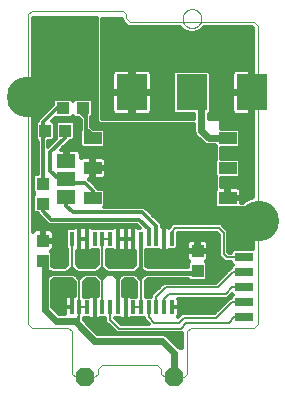
<source format=gtl>
G75*
%MOIN*%
%OFA0B0*%
%FSLAX25Y25*%
%IPPOS*%
%LPD*%
%AMOC8*
5,1,8,0,0,1.08239X$1,22.5*
%
%ADD10C,0.00000*%
%ADD11R,0.01575X0.04724*%
%ADD12R,0.03937X0.04331*%
%ADD13R,0.04331X0.03937*%
%ADD14R,0.06299X0.03150*%
%ADD15R,0.10000X0.12000*%
%ADD16R,0.06000X0.04000*%
%ADD17OC8,0.06300*%
%ADD18R,0.06300X0.04600*%
%ADD19C,0.01200*%
%ADD20C,0.13449*%
%ADD21C,0.02775*%
%ADD22C,0.02400*%
%ADD23C,0.01600*%
%ADD24C,0.00800*%
%ADD25C,0.00600*%
D10*
X0009487Y0021562D02*
X0021674Y0021562D01*
X0022924Y0020313D01*
X0022924Y0006250D01*
X0024174Y0005000D01*
X0030424Y0005000D01*
X0031674Y0006250D01*
X0031674Y0007812D01*
X0032924Y0009063D01*
X0051362Y0009063D01*
X0052612Y0007812D01*
X0052612Y0006250D01*
X0053862Y0005000D01*
X0060112Y0005000D01*
X0061362Y0006250D01*
X0061362Y0020313D01*
X0062612Y0021562D01*
X0083549Y0021562D01*
X0084799Y0022812D01*
X0084799Y0122187D01*
X0083549Y0123437D01*
X0042299Y0123437D01*
X0041049Y0124687D01*
X0041049Y0125937D01*
X0039799Y0127187D01*
X0009487Y0127187D01*
X0008237Y0125937D01*
X0008237Y0022812D01*
X0009487Y0021562D01*
X0059774Y0124560D02*
X0059776Y0124672D01*
X0059782Y0124783D01*
X0059792Y0124895D01*
X0059806Y0125006D01*
X0059823Y0125116D01*
X0059845Y0125226D01*
X0059871Y0125335D01*
X0059900Y0125443D01*
X0059933Y0125549D01*
X0059970Y0125655D01*
X0060011Y0125759D01*
X0060056Y0125862D01*
X0060104Y0125963D01*
X0060155Y0126062D01*
X0060210Y0126159D01*
X0060269Y0126254D01*
X0060330Y0126348D01*
X0060395Y0126439D01*
X0060464Y0126527D01*
X0060535Y0126613D01*
X0060609Y0126697D01*
X0060687Y0126777D01*
X0060767Y0126855D01*
X0060850Y0126931D01*
X0060935Y0127003D01*
X0061023Y0127072D01*
X0061113Y0127138D01*
X0061206Y0127200D01*
X0061301Y0127260D01*
X0061398Y0127316D01*
X0061496Y0127368D01*
X0061597Y0127417D01*
X0061699Y0127462D01*
X0061803Y0127504D01*
X0061908Y0127542D01*
X0062015Y0127576D01*
X0062122Y0127606D01*
X0062231Y0127633D01*
X0062340Y0127655D01*
X0062451Y0127674D01*
X0062561Y0127689D01*
X0062673Y0127700D01*
X0062784Y0127707D01*
X0062896Y0127710D01*
X0063008Y0127709D01*
X0063120Y0127704D01*
X0063231Y0127695D01*
X0063342Y0127682D01*
X0063453Y0127665D01*
X0063563Y0127645D01*
X0063672Y0127620D01*
X0063780Y0127592D01*
X0063887Y0127559D01*
X0063993Y0127523D01*
X0064097Y0127483D01*
X0064200Y0127440D01*
X0064302Y0127393D01*
X0064401Y0127342D01*
X0064499Y0127288D01*
X0064595Y0127230D01*
X0064689Y0127169D01*
X0064780Y0127105D01*
X0064869Y0127038D01*
X0064956Y0126967D01*
X0065040Y0126893D01*
X0065122Y0126817D01*
X0065200Y0126737D01*
X0065276Y0126655D01*
X0065349Y0126570D01*
X0065419Y0126483D01*
X0065485Y0126393D01*
X0065549Y0126301D01*
X0065609Y0126207D01*
X0065666Y0126111D01*
X0065719Y0126012D01*
X0065769Y0125912D01*
X0065815Y0125811D01*
X0065858Y0125707D01*
X0065897Y0125602D01*
X0065932Y0125496D01*
X0065963Y0125389D01*
X0065991Y0125280D01*
X0066014Y0125171D01*
X0066034Y0125061D01*
X0066050Y0124950D01*
X0066062Y0124839D01*
X0066070Y0124728D01*
X0066074Y0124616D01*
X0066074Y0124504D01*
X0066070Y0124392D01*
X0066062Y0124281D01*
X0066050Y0124170D01*
X0066034Y0124059D01*
X0066014Y0123949D01*
X0065991Y0123840D01*
X0065963Y0123731D01*
X0065932Y0123624D01*
X0065897Y0123518D01*
X0065858Y0123413D01*
X0065815Y0123309D01*
X0065769Y0123208D01*
X0065719Y0123108D01*
X0065666Y0123009D01*
X0065609Y0122913D01*
X0065549Y0122819D01*
X0065485Y0122727D01*
X0065419Y0122637D01*
X0065349Y0122550D01*
X0065276Y0122465D01*
X0065200Y0122383D01*
X0065122Y0122303D01*
X0065040Y0122227D01*
X0064956Y0122153D01*
X0064869Y0122082D01*
X0064780Y0122015D01*
X0064689Y0121951D01*
X0064595Y0121890D01*
X0064499Y0121832D01*
X0064401Y0121778D01*
X0064302Y0121727D01*
X0064200Y0121680D01*
X0064097Y0121637D01*
X0063993Y0121597D01*
X0063887Y0121561D01*
X0063780Y0121528D01*
X0063672Y0121500D01*
X0063563Y0121475D01*
X0063453Y0121455D01*
X0063342Y0121438D01*
X0063231Y0121425D01*
X0063120Y0121416D01*
X0063008Y0121411D01*
X0062896Y0121410D01*
X0062784Y0121413D01*
X0062673Y0121420D01*
X0062561Y0121431D01*
X0062451Y0121446D01*
X0062340Y0121465D01*
X0062231Y0121487D01*
X0062122Y0121514D01*
X0062015Y0121544D01*
X0061908Y0121578D01*
X0061803Y0121616D01*
X0061699Y0121658D01*
X0061597Y0121703D01*
X0061496Y0121752D01*
X0061398Y0121804D01*
X0061301Y0121860D01*
X0061206Y0121920D01*
X0061113Y0121982D01*
X0061023Y0122048D01*
X0060935Y0122117D01*
X0060850Y0122189D01*
X0060767Y0122265D01*
X0060687Y0122343D01*
X0060609Y0122423D01*
X0060535Y0122507D01*
X0060464Y0122593D01*
X0060395Y0122681D01*
X0060330Y0122772D01*
X0060269Y0122866D01*
X0060210Y0122961D01*
X0060155Y0123058D01*
X0060104Y0123157D01*
X0060056Y0123258D01*
X0060011Y0123361D01*
X0059970Y0123465D01*
X0059933Y0123571D01*
X0059900Y0123677D01*
X0059871Y0123785D01*
X0059845Y0123894D01*
X0059823Y0124004D01*
X0059806Y0124114D01*
X0059792Y0124225D01*
X0059782Y0124337D01*
X0059776Y0124448D01*
X0059774Y0124560D01*
D11*
X0056121Y0051105D03*
X0053562Y0051105D03*
X0051003Y0051105D03*
X0048444Y0051105D03*
X0045885Y0051105D03*
X0043325Y0051105D03*
X0040766Y0051105D03*
X0038207Y0051105D03*
X0035648Y0051105D03*
X0033089Y0051105D03*
X0030530Y0051105D03*
X0027971Y0051105D03*
X0025412Y0051105D03*
X0022853Y0051105D03*
X0022853Y0028270D03*
X0025412Y0028270D03*
X0027971Y0028270D03*
X0030530Y0028270D03*
X0033089Y0028270D03*
X0035648Y0028270D03*
X0038207Y0028270D03*
X0040766Y0028270D03*
X0043325Y0028270D03*
X0045885Y0028270D03*
X0048444Y0028270D03*
X0051003Y0028270D03*
X0053562Y0028270D03*
X0056121Y0028270D03*
D12*
X0064799Y0040404D03*
X0064799Y0047096D03*
X0020646Y0087187D03*
X0013953Y0087187D03*
X0013237Y0050534D03*
X0013237Y0043841D03*
D13*
X0013237Y0062904D03*
X0013237Y0069596D03*
X0019890Y0094687D03*
X0026583Y0094687D03*
D14*
X0080424Y0045000D03*
X0080424Y0040000D03*
X0080424Y0035000D03*
X0080424Y0030000D03*
X0080424Y0025000D03*
D15*
X0082924Y0099937D03*
X0062924Y0099937D03*
X0042924Y0099937D03*
D16*
X0029799Y0084688D03*
X0029799Y0074688D03*
X0029799Y0064687D03*
X0074799Y0064687D03*
X0074799Y0074688D03*
X0074799Y0084688D03*
D17*
X0056987Y0005000D03*
X0027299Y0005000D03*
D18*
X0021049Y0064937D03*
X0021049Y0070938D03*
X0021049Y0076938D03*
D19*
X0020499Y0077488D02*
X0020499Y0080837D01*
X0019120Y0080837D01*
X0022105Y0083822D01*
X0023111Y0083822D01*
X0023814Y0084525D01*
X0023814Y0089850D01*
X0023111Y0090553D01*
X0018180Y0090553D01*
X0017477Y0089850D01*
X0017477Y0084525D01*
X0017597Y0084406D01*
X0015037Y0081846D01*
X0015037Y0083773D01*
X0015048Y0083822D01*
X0016419Y0083822D01*
X0017121Y0084525D01*
X0017121Y0089850D01*
X0016419Y0090553D01*
X0016335Y0090553D01*
X0017301Y0091519D01*
X0022553Y0091519D01*
X0023237Y0092203D01*
X0023921Y0091519D01*
X0025110Y0091519D01*
X0025812Y0090817D01*
X0025812Y0087397D01*
X0025599Y0087185D01*
X0025599Y0082190D01*
X0026302Y0081488D01*
X0033296Y0081488D01*
X0033999Y0082190D01*
X0033999Y0087185D01*
X0033296Y0087887D01*
X0030082Y0087887D01*
X0029412Y0088558D01*
X0029412Y0091685D01*
X0029949Y0092222D01*
X0029949Y0097153D01*
X0029246Y0097856D01*
X0023921Y0097856D01*
X0023237Y0097172D01*
X0022553Y0097856D01*
X0017228Y0097856D01*
X0016525Y0097153D01*
X0016525Y0095834D01*
X0012491Y0091800D01*
X0011437Y0090746D01*
X0011437Y0090502D01*
X0010784Y0089850D01*
X0010784Y0084525D01*
X0011383Y0083927D01*
X0011318Y0083635D01*
X0011437Y0083448D01*
X0011437Y0072765D01*
X0010574Y0072765D01*
X0009872Y0072062D01*
X0009872Y0067131D01*
X0010149Y0066853D01*
X0010149Y0065647D01*
X0009872Y0065369D01*
X0009872Y0060438D01*
X0010574Y0059735D01*
X0011437Y0059735D01*
X0011437Y0059567D01*
X0012491Y0058512D01*
X0015304Y0055700D01*
X0044679Y0055700D01*
X0045712Y0054667D01*
X0045176Y0054667D01*
X0045095Y0054747D01*
X0044730Y0054958D01*
X0044324Y0055067D01*
X0043326Y0055067D01*
X0043326Y0051105D01*
X0043325Y0051105D01*
X0043325Y0051105D01*
X0040938Y0051105D01*
X0040767Y0051105D01*
X0040767Y0051105D01*
X0043325Y0051105D01*
X0043325Y0055067D01*
X0042327Y0055067D01*
X0042046Y0054992D01*
X0041764Y0055067D01*
X0040766Y0055067D01*
X0039768Y0055067D01*
X0039487Y0054992D01*
X0039205Y0055067D01*
X0038207Y0055067D01*
X0037209Y0055067D01*
X0036802Y0054958D01*
X0036438Y0054747D01*
X0036357Y0054667D01*
X0029821Y0054667D01*
X0029741Y0054747D01*
X0029376Y0054958D01*
X0028969Y0055067D01*
X0027971Y0055067D01*
X0026973Y0055067D01*
X0026692Y0054992D01*
X0026410Y0055067D01*
X0025412Y0055067D01*
X0024414Y0055067D01*
X0024007Y0054958D01*
X0023642Y0054747D01*
X0023562Y0054667D01*
X0021569Y0054667D01*
X0020866Y0053964D01*
X0020866Y0048246D01*
X0021253Y0047858D01*
X0021253Y0042466D01*
X0020474Y0041687D01*
X0016937Y0041687D01*
X0016405Y0042219D01*
X0016405Y0046503D01*
X0015955Y0046954D01*
X0016188Y0047088D01*
X0016486Y0047386D01*
X0016696Y0047751D01*
X0016805Y0048158D01*
X0016805Y0050150D01*
X0013621Y0050150D01*
X0013621Y0050918D01*
X0016805Y0050918D01*
X0016805Y0052910D01*
X0016696Y0053317D01*
X0016486Y0053682D01*
X0016188Y0053980D01*
X0015823Y0054190D01*
X0015416Y0054299D01*
X0013621Y0054299D01*
X0013621Y0050918D01*
X0012853Y0050918D01*
X0012853Y0054299D01*
X0011058Y0054299D01*
X0010651Y0054190D01*
X0010286Y0053980D01*
X0009988Y0053682D01*
X0009837Y0053420D01*
X0009837Y0124687D01*
X0031123Y0124687D01*
X0031124Y0124370D01*
X0031124Y0090504D01*
X0032179Y0089450D01*
X0063649Y0089450D01*
X0063649Y0086710D01*
X0064015Y0085828D01*
X0064690Y0085153D01*
X0067190Y0082653D01*
X0068072Y0082288D01*
X0070599Y0082288D01*
X0070599Y0082190D01*
X0070812Y0081978D01*
X0070812Y0077397D01*
X0070599Y0077185D01*
X0070599Y0072190D01*
X0070812Y0071978D01*
X0070812Y0067397D01*
X0070599Y0067185D01*
X0070599Y0062190D01*
X0071302Y0061487D01*
X0071704Y0061487D01*
X0071866Y0061325D01*
X0083199Y0061325D01*
X0083199Y0047775D01*
X0076778Y0047775D01*
X0076075Y0047072D01*
X0076075Y0046600D01*
X0075150Y0046600D01*
X0075037Y0046713D01*
X0075037Y0053900D01*
X0072650Y0056287D01*
X0056637Y0056287D01*
X0055699Y0055350D01*
X0055183Y0054833D01*
X0054967Y0054958D01*
X0054560Y0055067D01*
X0053562Y0055067D01*
X0053562Y0051105D01*
X0053562Y0051105D01*
X0053562Y0055067D01*
X0052849Y0055067D01*
X0052849Y0056058D01*
X0051795Y0057112D01*
X0047107Y0061800D01*
X0033609Y0061800D01*
X0033999Y0062190D01*
X0033999Y0067185D01*
X0033296Y0067887D01*
X0031599Y0067887D01*
X0031599Y0067933D01*
X0030545Y0068987D01*
X0028445Y0071088D01*
X0029399Y0071088D01*
X0029399Y0074287D01*
X0030199Y0074287D01*
X0030199Y0071088D01*
X0033010Y0071088D01*
X0033417Y0071197D01*
X0033782Y0071407D01*
X0034080Y0071705D01*
X0034290Y0072070D01*
X0034399Y0072477D01*
X0034399Y0074287D01*
X0030199Y0074287D01*
X0030199Y0075088D01*
X0029399Y0075088D01*
X0029399Y0078287D01*
X0026589Y0078287D01*
X0026182Y0078178D01*
X0025817Y0077968D01*
X0025799Y0077950D01*
X0025799Y0079448D01*
X0025690Y0079855D01*
X0025480Y0080220D01*
X0025182Y0080518D01*
X0024817Y0080728D01*
X0024410Y0080837D01*
X0021599Y0080837D01*
X0021599Y0077488D01*
X0020499Y0077488D01*
X0020499Y0078040D02*
X0021599Y0078040D01*
X0021599Y0079238D02*
X0020499Y0079238D01*
X0020499Y0080437D02*
X0021599Y0080437D01*
X0019918Y0081635D02*
X0026154Y0081635D01*
X0025599Y0082834D02*
X0021116Y0082834D01*
X0020646Y0084909D02*
X0015737Y0080000D01*
X0015737Y0073750D01*
X0018549Y0070938D01*
X0021049Y0070938D01*
X0022299Y0069688D01*
X0027299Y0069688D01*
X0029799Y0067188D01*
X0029799Y0064687D01*
X0031081Y0068452D02*
X0070812Y0068452D01*
X0070812Y0069650D02*
X0029882Y0069650D01*
X0028684Y0070849D02*
X0070812Y0070849D01*
X0070743Y0072047D02*
X0034277Y0072047D01*
X0034399Y0073246D02*
X0070599Y0073246D01*
X0070599Y0074444D02*
X0030199Y0074444D01*
X0030199Y0075088D02*
X0034399Y0075088D01*
X0034399Y0076898D01*
X0034290Y0077305D01*
X0034080Y0077670D01*
X0033782Y0077968D01*
X0033417Y0078178D01*
X0033010Y0078287D01*
X0030199Y0078287D01*
X0030199Y0075088D01*
X0030199Y0075643D02*
X0029399Y0075643D01*
X0029399Y0076841D02*
X0030199Y0076841D01*
X0030199Y0078040D02*
X0029399Y0078040D01*
X0029399Y0073246D02*
X0030199Y0073246D01*
X0030199Y0072047D02*
X0029399Y0072047D01*
X0025942Y0078040D02*
X0025799Y0078040D01*
X0025799Y0079238D02*
X0070812Y0079238D01*
X0070812Y0078040D02*
X0033657Y0078040D01*
X0034399Y0076841D02*
X0070599Y0076841D01*
X0070599Y0075643D02*
X0034399Y0075643D01*
X0033444Y0081635D02*
X0070812Y0081635D01*
X0070812Y0080437D02*
X0025263Y0080437D01*
X0025599Y0084032D02*
X0023322Y0084032D01*
X0023814Y0085231D02*
X0025599Y0085231D01*
X0025599Y0086429D02*
X0023814Y0086429D01*
X0023814Y0087628D02*
X0025812Y0087628D01*
X0025812Y0088826D02*
X0023814Y0088826D01*
X0023639Y0090025D02*
X0025812Y0090025D01*
X0025405Y0091223D02*
X0017006Y0091223D01*
X0016946Y0090025D02*
X0017652Y0090025D01*
X0017477Y0088826D02*
X0017121Y0088826D01*
X0017121Y0087628D02*
X0017477Y0087628D01*
X0017477Y0086429D02*
X0017121Y0086429D01*
X0017121Y0085231D02*
X0017477Y0085231D01*
X0017224Y0084032D02*
X0016629Y0084032D01*
X0016025Y0082834D02*
X0015037Y0082834D01*
X0013237Y0083971D02*
X0013237Y0090000D01*
X0017924Y0094687D01*
X0019890Y0094687D01*
X0023193Y0097216D02*
X0023281Y0097216D01*
X0025424Y0093750D02*
X0027612Y0091562D01*
X0027612Y0087812D01*
X0029799Y0085625D01*
X0029799Y0084688D01*
X0027612Y0084688D01*
X0027612Y0087812D01*
X0029412Y0088826D02*
X0063649Y0088826D01*
X0063649Y0087628D02*
X0033556Y0087628D01*
X0033999Y0086429D02*
X0063766Y0086429D01*
X0064612Y0085231D02*
X0033999Y0085231D01*
X0033999Y0084032D02*
X0065810Y0084032D01*
X0067009Y0082834D02*
X0033999Y0082834D01*
X0031604Y0090025D02*
X0029412Y0090025D01*
X0029412Y0091223D02*
X0031124Y0091223D01*
X0031124Y0092422D02*
X0029949Y0092422D01*
X0029949Y0093621D02*
X0031124Y0093621D01*
X0031124Y0094819D02*
X0029949Y0094819D01*
X0029949Y0096018D02*
X0031124Y0096018D01*
X0031124Y0097216D02*
X0029886Y0097216D01*
X0031124Y0098415D02*
X0009837Y0098415D01*
X0009837Y0099613D02*
X0031124Y0099613D01*
X0031124Y0100812D02*
X0009837Y0100812D01*
X0009837Y0102010D02*
X0031124Y0102010D01*
X0031124Y0103209D02*
X0009837Y0103209D01*
X0009837Y0104407D02*
X0031124Y0104407D01*
X0031124Y0105606D02*
X0009837Y0105606D01*
X0009837Y0106804D02*
X0031124Y0106804D01*
X0031124Y0108003D02*
X0009837Y0108003D01*
X0009837Y0109201D02*
X0031124Y0109201D01*
X0031124Y0110400D02*
X0009837Y0110400D01*
X0009837Y0111598D02*
X0031124Y0111598D01*
X0031124Y0112797D02*
X0009837Y0112797D01*
X0009837Y0113995D02*
X0031124Y0113995D01*
X0031124Y0115194D02*
X0009837Y0115194D01*
X0009837Y0116392D02*
X0031124Y0116392D01*
X0031124Y0117591D02*
X0009837Y0117591D01*
X0009837Y0118789D02*
X0031124Y0118789D01*
X0031124Y0119988D02*
X0009837Y0119988D01*
X0009837Y0121186D02*
X0031124Y0121186D01*
X0031124Y0122385D02*
X0009837Y0122385D01*
X0009837Y0123583D02*
X0031124Y0123583D01*
X0032924Y0123583D02*
X0039891Y0123583D01*
X0039449Y0124025D02*
X0040387Y0123087D01*
X0040699Y0122775D01*
X0041637Y0121837D01*
X0058930Y0121837D01*
X0060234Y0120533D01*
X0061980Y0119810D01*
X0063869Y0119810D01*
X0065615Y0120533D01*
X0066919Y0121837D01*
X0082887Y0121837D01*
X0083199Y0121525D01*
X0083199Y0100538D01*
X0082324Y0100538D01*
X0082324Y0107537D01*
X0077714Y0107537D01*
X0077307Y0107428D01*
X0076942Y0107218D01*
X0076644Y0106920D01*
X0076433Y0106555D01*
X0076324Y0106148D01*
X0076324Y0100537D01*
X0082324Y0100537D01*
X0082324Y0099338D01*
X0076324Y0099338D01*
X0076324Y0093727D01*
X0076433Y0093320D01*
X0076644Y0092955D01*
X0076942Y0092657D01*
X0077307Y0092447D01*
X0077714Y0092337D01*
X0082324Y0092337D01*
X0082324Y0099337D01*
X0083199Y0099337D01*
X0083199Y0064973D01*
X0080623Y0063905D01*
X0079843Y0063125D01*
X0079399Y0063125D01*
X0079399Y0064287D01*
X0075199Y0064287D01*
X0075199Y0065087D01*
X0079399Y0065087D01*
X0079399Y0066898D01*
X0079290Y0067305D01*
X0079080Y0067670D01*
X0078782Y0067968D01*
X0078417Y0068178D01*
X0078010Y0068287D01*
X0075199Y0068287D01*
X0075199Y0065088D01*
X0074399Y0065088D01*
X0074399Y0068287D01*
X0072612Y0068287D01*
X0072612Y0071488D01*
X0078296Y0071488D01*
X0078999Y0072190D01*
X0078999Y0077185D01*
X0078296Y0077887D01*
X0072612Y0077887D01*
X0072612Y0081488D01*
X0078296Y0081488D01*
X0078999Y0082190D01*
X0078999Y0087185D01*
X0078296Y0087887D01*
X0072612Y0087887D01*
X0072612Y0091250D01*
X0068449Y0091250D01*
X0068449Y0092765D01*
X0069124Y0093440D01*
X0069124Y0106435D01*
X0068421Y0107137D01*
X0057427Y0107137D01*
X0056724Y0106435D01*
X0056724Y0093440D01*
X0057427Y0092737D01*
X0063649Y0092737D01*
X0063649Y0091250D01*
X0032924Y0091250D01*
X0032924Y0124375D01*
X0039449Y0124414D01*
X0039449Y0124025D01*
X0040699Y0122775D02*
X0040699Y0122775D01*
X0041089Y0122385D02*
X0032924Y0122385D01*
X0032924Y0121186D02*
X0059581Y0121186D01*
X0061550Y0119988D02*
X0032924Y0119988D01*
X0032924Y0118789D02*
X0083199Y0118789D01*
X0083199Y0117591D02*
X0032924Y0117591D01*
X0032924Y0116392D02*
X0083199Y0116392D01*
X0083199Y0115194D02*
X0032924Y0115194D01*
X0032924Y0113995D02*
X0083199Y0113995D01*
X0083199Y0112797D02*
X0032924Y0112797D01*
X0032924Y0111598D02*
X0083199Y0111598D01*
X0083199Y0110400D02*
X0032924Y0110400D01*
X0032924Y0109201D02*
X0083199Y0109201D01*
X0083199Y0108003D02*
X0032924Y0108003D01*
X0032924Y0106804D02*
X0036577Y0106804D01*
X0036644Y0106920D02*
X0036433Y0106555D01*
X0036324Y0106148D01*
X0036324Y0100537D01*
X0042324Y0100537D01*
X0042324Y0099338D01*
X0036324Y0099338D01*
X0036324Y0093727D01*
X0036433Y0093320D01*
X0036644Y0092955D01*
X0036942Y0092657D01*
X0037307Y0092447D01*
X0037714Y0092337D01*
X0042324Y0092337D01*
X0042324Y0099337D01*
X0043524Y0099337D01*
X0043524Y0092337D01*
X0048135Y0092337D01*
X0048542Y0092447D01*
X0048907Y0092657D01*
X0049205Y0092955D01*
X0049415Y0093320D01*
X0049524Y0093727D01*
X0049524Y0099338D01*
X0043524Y0099338D01*
X0043524Y0100537D01*
X0049524Y0100537D01*
X0049524Y0106148D01*
X0049415Y0106555D01*
X0049205Y0106920D01*
X0048907Y0107218D01*
X0048542Y0107428D01*
X0048135Y0107537D01*
X0043524Y0107537D01*
X0043524Y0100538D01*
X0042324Y0100538D01*
X0042324Y0107537D01*
X0037714Y0107537D01*
X0037307Y0107428D01*
X0036942Y0107218D01*
X0036644Y0106920D01*
X0036324Y0105606D02*
X0032924Y0105606D01*
X0032924Y0104407D02*
X0036324Y0104407D01*
X0036324Y0103209D02*
X0032924Y0103209D01*
X0032924Y0102010D02*
X0036324Y0102010D01*
X0036324Y0100812D02*
X0032924Y0100812D01*
X0032924Y0099613D02*
X0042324Y0099613D01*
X0042324Y0098415D02*
X0043524Y0098415D01*
X0043524Y0099613D02*
X0056724Y0099613D01*
X0056724Y0098415D02*
X0049524Y0098415D01*
X0049524Y0097216D02*
X0056724Y0097216D01*
X0056724Y0096018D02*
X0049524Y0096018D01*
X0049524Y0094819D02*
X0056724Y0094819D01*
X0056724Y0093621D02*
X0049496Y0093621D01*
X0048450Y0092422D02*
X0063649Y0092422D01*
X0068449Y0092422D02*
X0077398Y0092422D01*
X0076353Y0093621D02*
X0069124Y0093621D01*
X0069124Y0094819D02*
X0076324Y0094819D01*
X0076324Y0096018D02*
X0069124Y0096018D01*
X0069124Y0097216D02*
X0076324Y0097216D01*
X0076324Y0098415D02*
X0069124Y0098415D01*
X0069124Y0099613D02*
X0082324Y0099613D01*
X0082324Y0098415D02*
X0083199Y0098415D01*
X0083199Y0097216D02*
X0082324Y0097216D01*
X0082324Y0096018D02*
X0083199Y0096018D01*
X0083199Y0094819D02*
X0082324Y0094819D01*
X0082324Y0093621D02*
X0083199Y0093621D01*
X0083199Y0092422D02*
X0082324Y0092422D01*
X0083199Y0091223D02*
X0072612Y0091223D01*
X0072612Y0090025D02*
X0083199Y0090025D01*
X0083199Y0088826D02*
X0072612Y0088826D01*
X0078556Y0087628D02*
X0083199Y0087628D01*
X0083199Y0086429D02*
X0078999Y0086429D01*
X0078999Y0085231D02*
X0083199Y0085231D01*
X0083199Y0084032D02*
X0078999Y0084032D01*
X0078999Y0082834D02*
X0083199Y0082834D01*
X0083199Y0081635D02*
X0078444Y0081635D01*
X0078999Y0076841D02*
X0083199Y0076841D01*
X0083199Y0075643D02*
X0078999Y0075643D01*
X0078999Y0074444D02*
X0083199Y0074444D01*
X0083199Y0073246D02*
X0078999Y0073246D01*
X0078856Y0072047D02*
X0083199Y0072047D01*
X0083199Y0070849D02*
X0072612Y0070849D01*
X0072612Y0069650D02*
X0083199Y0069650D01*
X0083199Y0068452D02*
X0072612Y0068452D01*
X0074399Y0067253D02*
X0075199Y0067253D01*
X0075199Y0066055D02*
X0074399Y0066055D01*
X0075199Y0064856D02*
X0082918Y0064856D01*
X0083199Y0066055D02*
X0079399Y0066055D01*
X0079304Y0067253D02*
X0083199Y0067253D01*
X0080375Y0063658D02*
X0079399Y0063658D01*
X0083199Y0061261D02*
X0047647Y0061261D01*
X0048845Y0060062D02*
X0083199Y0060062D01*
X0083199Y0058864D02*
X0050044Y0058864D01*
X0051242Y0057665D02*
X0083199Y0057665D01*
X0083199Y0056467D02*
X0052441Y0056467D01*
X0052849Y0055268D02*
X0055617Y0055268D01*
X0055699Y0055350D02*
X0055699Y0055350D01*
X0053562Y0054070D02*
X0053562Y0054070D01*
X0053562Y0052871D02*
X0053562Y0052871D01*
X0053562Y0051673D02*
X0053562Y0051673D01*
X0053562Y0051105D02*
X0053562Y0047143D01*
X0054560Y0047143D01*
X0054967Y0047252D01*
X0055332Y0047462D01*
X0055412Y0047543D01*
X0057405Y0047543D01*
X0058108Y0048246D01*
X0058108Y0053087D01*
X0071324Y0053087D01*
X0071837Y0052575D01*
X0071837Y0045387D01*
X0072774Y0044450D01*
X0072887Y0044337D01*
X0073824Y0043400D01*
X0076075Y0043400D01*
X0076075Y0042928D01*
X0076503Y0042500D01*
X0076075Y0042072D01*
X0076075Y0041600D01*
X0076012Y0041600D01*
X0075074Y0040663D01*
X0071012Y0036600D01*
X0053512Y0036600D01*
X0052574Y0035663D01*
X0049403Y0032491D01*
X0049403Y0031832D01*
X0047485Y0031832D01*
X0047485Y0036985D01*
X0048187Y0037688D01*
X0061685Y0037688D01*
X0062334Y0037038D01*
X0067265Y0037038D01*
X0067968Y0037741D01*
X0067968Y0043066D01*
X0067517Y0043516D01*
X0067750Y0043651D01*
X0068048Y0043949D01*
X0068259Y0044314D01*
X0068368Y0044720D01*
X0068368Y0046712D01*
X0065184Y0046712D01*
X0065184Y0047481D01*
X0068368Y0047481D01*
X0068368Y0049472D01*
X0068259Y0049879D01*
X0068048Y0050244D01*
X0067750Y0050542D01*
X0067385Y0050753D01*
X0066979Y0050862D01*
X0065184Y0050862D01*
X0065184Y0047481D01*
X0064415Y0047481D01*
X0064415Y0050862D01*
X0062620Y0050862D01*
X0062213Y0050753D01*
X0061848Y0050542D01*
X0061551Y0050244D01*
X0061340Y0049879D01*
X0061231Y0049472D01*
X0061231Y0047481D01*
X0064415Y0047481D01*
X0064415Y0046712D01*
X0061231Y0046712D01*
X0061231Y0044720D01*
X0061340Y0044314D01*
X0061551Y0043949D01*
X0061848Y0043651D01*
X0062081Y0043516D01*
X0061631Y0043066D01*
X0061631Y0041687D01*
X0048187Y0041687D01*
X0047685Y0042190D01*
X0047685Y0047543D01*
X0051712Y0047543D01*
X0051792Y0047462D01*
X0052157Y0047252D01*
X0052564Y0047143D01*
X0053562Y0047143D01*
X0053562Y0051105D01*
X0053562Y0051105D01*
X0053562Y0050474D02*
X0053562Y0050474D01*
X0053562Y0049276D02*
X0053562Y0049276D01*
X0053562Y0048077D02*
X0053562Y0048077D01*
X0051003Y0051105D02*
X0051003Y0055266D01*
X0051049Y0055312D01*
X0046362Y0060000D01*
X0023237Y0060000D01*
X0021049Y0062187D01*
X0021049Y0064937D01*
X0016049Y0057500D02*
X0013237Y0060312D01*
X0013237Y0062904D01*
X0010247Y0060062D02*
X0009837Y0060062D01*
X0009837Y0058864D02*
X0012140Y0058864D01*
X0013339Y0057665D02*
X0009837Y0057665D01*
X0009837Y0056467D02*
X0014537Y0056467D01*
X0016049Y0057500D02*
X0045424Y0057500D01*
X0048444Y0054481D01*
X0048444Y0051105D01*
X0045885Y0051105D02*
X0045885Y0039835D01*
X0045737Y0039688D01*
X0047790Y0042085D02*
X0061631Y0042085D01*
X0061848Y0043283D02*
X0047685Y0043283D01*
X0047685Y0044482D02*
X0061295Y0044482D01*
X0061231Y0045680D02*
X0047685Y0045680D01*
X0047685Y0046879D02*
X0064415Y0046879D01*
X0065184Y0046879D02*
X0071837Y0046879D01*
X0071837Y0048077D02*
X0068368Y0048077D01*
X0068368Y0049276D02*
X0071837Y0049276D01*
X0071837Y0050474D02*
X0067818Y0050474D01*
X0065184Y0050474D02*
X0064415Y0050474D01*
X0064415Y0049276D02*
X0065184Y0049276D01*
X0065184Y0048077D02*
X0064415Y0048077D01*
X0061780Y0050474D02*
X0058108Y0050474D01*
X0058108Y0049276D02*
X0061231Y0049276D01*
X0061231Y0048077D02*
X0057940Y0048077D01*
X0058108Y0051673D02*
X0071837Y0051673D01*
X0071541Y0052871D02*
X0058108Y0052871D01*
X0067751Y0043283D02*
X0076075Y0043283D01*
X0076087Y0042085D02*
X0067968Y0042085D01*
X0067968Y0040886D02*
X0075298Y0040886D01*
X0074099Y0039688D02*
X0067968Y0039688D01*
X0067968Y0038489D02*
X0072901Y0038489D01*
X0071702Y0037290D02*
X0067517Y0037290D01*
X0068304Y0044482D02*
X0072743Y0044482D01*
X0072887Y0044337D02*
X0072887Y0044337D01*
X0071837Y0045680D02*
X0068368Y0045680D01*
X0075037Y0046879D02*
X0076075Y0046879D01*
X0075037Y0048077D02*
X0083199Y0048077D01*
X0083199Y0049276D02*
X0075037Y0049276D01*
X0075037Y0050474D02*
X0083199Y0050474D01*
X0083199Y0051673D02*
X0075037Y0051673D01*
X0075037Y0052871D02*
X0083199Y0052871D01*
X0083199Y0054070D02*
X0074867Y0054070D01*
X0073669Y0055268D02*
X0083199Y0055268D01*
X0070599Y0062459D02*
X0033999Y0062459D01*
X0033999Y0063658D02*
X0070599Y0063658D01*
X0070599Y0064856D02*
X0033999Y0064856D01*
X0033999Y0066055D02*
X0070599Y0066055D01*
X0070668Y0067253D02*
X0033931Y0067253D01*
X0038207Y0055067D02*
X0038207Y0051105D01*
X0038207Y0051105D01*
X0038207Y0055067D01*
X0038207Y0054070D02*
X0038207Y0054070D01*
X0038207Y0052871D02*
X0038207Y0052871D01*
X0038207Y0051673D02*
X0038207Y0051673D01*
X0038208Y0051105D02*
X0040595Y0051105D01*
X0040766Y0051105D01*
X0040766Y0051105D01*
X0040766Y0055067D01*
X0040766Y0051105D01*
X0040766Y0051105D01*
X0038208Y0051105D01*
X0038208Y0051105D01*
X0038207Y0051105D02*
X0038207Y0047143D01*
X0038207Y0051105D01*
X0038207Y0051105D01*
X0038207Y0050474D02*
X0038207Y0050474D01*
X0038207Y0049276D02*
X0038207Y0049276D01*
X0038207Y0048077D02*
X0038207Y0048077D01*
X0038207Y0047143D02*
X0039205Y0047143D01*
X0039487Y0047218D01*
X0039768Y0047143D01*
X0040766Y0047143D01*
X0040766Y0051105D01*
X0040766Y0051105D01*
X0040766Y0047143D01*
X0041764Y0047143D01*
X0042046Y0047218D01*
X0042327Y0047143D01*
X0043325Y0047143D01*
X0043325Y0051105D01*
X0043326Y0051105D01*
X0043326Y0047143D01*
X0044085Y0047143D01*
X0044085Y0042485D01*
X0043287Y0041687D01*
X0035375Y0041687D01*
X0034689Y0042373D01*
X0034689Y0047543D01*
X0036357Y0047543D01*
X0036438Y0047462D01*
X0036802Y0047252D01*
X0037209Y0047143D01*
X0038207Y0047143D01*
X0040766Y0048077D02*
X0040766Y0048077D01*
X0040766Y0049276D02*
X0040766Y0049276D01*
X0040766Y0050474D02*
X0040766Y0050474D01*
X0040766Y0051673D02*
X0040766Y0051673D01*
X0040766Y0052871D02*
X0040766Y0052871D01*
X0040766Y0054070D02*
X0040766Y0054070D01*
X0043325Y0054070D02*
X0043326Y0054070D01*
X0043325Y0052871D02*
X0043326Y0052871D01*
X0043325Y0051673D02*
X0043326Y0051673D01*
X0043325Y0050474D02*
X0043326Y0050474D01*
X0043325Y0049276D02*
X0043326Y0049276D01*
X0043325Y0048077D02*
X0043326Y0048077D01*
X0044085Y0046879D02*
X0034689Y0046879D01*
X0034689Y0045680D02*
X0044085Y0045680D01*
X0044085Y0044482D02*
X0034689Y0044482D01*
X0034689Y0043283D02*
X0044085Y0043283D01*
X0043684Y0042085D02*
X0034978Y0042085D01*
X0031489Y0042703D02*
X0031489Y0047543D01*
X0029821Y0047543D01*
X0029741Y0047462D01*
X0029376Y0047252D01*
X0028969Y0047143D01*
X0027971Y0047143D01*
X0027971Y0051105D01*
X0027971Y0055067D01*
X0027971Y0051105D01*
X0027971Y0051105D01*
X0027971Y0051105D01*
X0027799Y0051105D01*
X0025412Y0051105D01*
X0025412Y0055067D01*
X0025412Y0051105D01*
X0025412Y0051105D01*
X0025412Y0051105D01*
X0025412Y0051105D01*
X0025412Y0047143D01*
X0024453Y0047143D01*
X0024453Y0042609D01*
X0025375Y0041687D01*
X0030474Y0041687D01*
X0031324Y0042538D01*
X0031489Y0042703D01*
X0031489Y0043283D02*
X0024453Y0043283D01*
X0024453Y0044482D02*
X0031489Y0044482D01*
X0031489Y0045680D02*
X0024453Y0045680D01*
X0024453Y0046879D02*
X0031489Y0046879D01*
X0027971Y0047143D02*
X0027971Y0051105D01*
X0025412Y0051105D01*
X0025412Y0047143D01*
X0026410Y0047143D01*
X0026692Y0047218D01*
X0026973Y0047143D01*
X0027971Y0047143D01*
X0027971Y0048077D02*
X0027971Y0048077D01*
X0027971Y0049276D02*
X0027971Y0049276D01*
X0027971Y0050474D02*
X0027971Y0050474D01*
X0027971Y0051105D02*
X0027971Y0051105D01*
X0027971Y0051673D02*
X0027971Y0051673D01*
X0027971Y0052871D02*
X0027971Y0052871D01*
X0027971Y0054070D02*
X0027971Y0054070D01*
X0025412Y0054070D02*
X0025412Y0054070D01*
X0025412Y0052871D02*
X0025412Y0052871D01*
X0025412Y0051673D02*
X0025412Y0051673D01*
X0025412Y0050474D02*
X0025412Y0050474D01*
X0025412Y0049276D02*
X0025412Y0049276D01*
X0025412Y0048077D02*
X0025412Y0048077D01*
X0021253Y0046879D02*
X0016030Y0046879D01*
X0016405Y0045680D02*
X0021253Y0045680D01*
X0021253Y0044482D02*
X0016405Y0044482D01*
X0016405Y0043283D02*
X0021253Y0043283D01*
X0020871Y0042085D02*
X0016540Y0042085D01*
X0016937Y0037688D02*
X0016262Y0037012D01*
X0016262Y0028494D01*
X0018594Y0026162D01*
X0020466Y0026162D01*
X0020466Y0028270D01*
X0022853Y0028270D01*
X0022853Y0028270D01*
X0020466Y0028270D01*
X0020466Y0030843D01*
X0020575Y0031250D01*
X0020785Y0031615D01*
X0021083Y0031913D01*
X0021448Y0032123D01*
X0021855Y0032232D01*
X0022853Y0032232D01*
X0022853Y0028270D01*
X0022853Y0028270D01*
X0022853Y0032232D01*
X0023812Y0032232D01*
X0023812Y0036850D01*
X0022974Y0037688D01*
X0016937Y0037688D01*
X0016540Y0037290D02*
X0023371Y0037290D01*
X0023812Y0036092D02*
X0016262Y0036092D01*
X0016262Y0034893D02*
X0023812Y0034893D01*
X0023812Y0033695D02*
X0016262Y0033695D01*
X0016262Y0032496D02*
X0023812Y0032496D01*
X0022853Y0031298D02*
X0022853Y0031298D01*
X0022853Y0030099D02*
X0022853Y0030099D01*
X0022853Y0028901D02*
X0022853Y0028901D01*
X0020602Y0031298D02*
X0016262Y0031298D01*
X0016262Y0030099D02*
X0020466Y0030099D01*
X0020466Y0028901D02*
X0016262Y0028901D01*
X0017054Y0027702D02*
X0020466Y0027702D01*
X0020466Y0026504D02*
X0018252Y0026504D01*
X0027012Y0024708D02*
X0027012Y0023980D01*
X0031405Y0019587D01*
X0053402Y0019587D01*
X0054284Y0019222D01*
X0054959Y0018547D01*
X0058346Y0015160D01*
X0058819Y0014687D01*
X0059762Y0014687D01*
X0059762Y0019650D01*
X0039212Y0019650D01*
X0037887Y0019650D01*
X0034048Y0023488D01*
X0034048Y0024708D01*
X0032380Y0024708D01*
X0032300Y0024628D01*
X0031935Y0024417D01*
X0031528Y0024308D01*
X0030530Y0024308D01*
X0030530Y0028270D01*
X0030530Y0028270D01*
X0030530Y0024308D01*
X0029532Y0024308D01*
X0029125Y0024417D01*
X0028760Y0024628D01*
X0028680Y0024708D01*
X0027012Y0024708D01*
X0027012Y0024107D02*
X0034048Y0024107D01*
X0034628Y0022908D02*
X0028084Y0022908D01*
X0029282Y0021710D02*
X0035827Y0021710D01*
X0037025Y0020511D02*
X0030481Y0020511D01*
X0030530Y0025305D02*
X0030530Y0025305D01*
X0030530Y0026504D02*
X0030530Y0026504D01*
X0030530Y0027702D02*
X0030530Y0027702D01*
X0030530Y0028270D02*
X0030530Y0032232D01*
X0029532Y0032232D01*
X0029125Y0032123D01*
X0028760Y0031913D01*
X0028680Y0031832D01*
X0027012Y0031832D01*
X0027012Y0036825D01*
X0027024Y0036837D01*
X0027875Y0037688D01*
X0030474Y0037688D01*
X0031489Y0036672D01*
X0031489Y0032232D01*
X0030530Y0032232D01*
X0030530Y0028270D01*
X0030530Y0028270D01*
X0030530Y0028901D02*
X0030530Y0028901D01*
X0030530Y0030099D02*
X0030530Y0030099D01*
X0030530Y0031298D02*
X0030530Y0031298D01*
X0031489Y0032496D02*
X0027012Y0032496D01*
X0027012Y0033695D02*
X0031489Y0033695D01*
X0031489Y0034893D02*
X0027012Y0034893D01*
X0027012Y0036092D02*
X0031489Y0036092D01*
X0030871Y0037290D02*
X0027478Y0037290D01*
X0024978Y0042085D02*
X0030871Y0042085D01*
X0038207Y0039658D02*
X0038237Y0039688D01*
X0038207Y0039658D02*
X0038207Y0028270D01*
X0040766Y0028270D02*
X0040766Y0028270D01*
X0040766Y0024308D01*
X0039768Y0024308D01*
X0039361Y0024417D01*
X0038997Y0024628D01*
X0038916Y0024708D01*
X0037354Y0024708D01*
X0039212Y0022850D01*
X0048437Y0022850D01*
X0046844Y0024443D01*
X0046844Y0024708D01*
X0042617Y0024708D01*
X0042536Y0024628D01*
X0042171Y0024417D01*
X0041764Y0024308D01*
X0040766Y0024308D01*
X0040766Y0028270D01*
X0040766Y0032232D01*
X0040007Y0032232D01*
X0040007Y0037008D01*
X0040687Y0037688D01*
X0043287Y0037688D01*
X0044285Y0036690D01*
X0044285Y0031832D01*
X0042617Y0031832D01*
X0042536Y0031913D01*
X0042171Y0032123D01*
X0041764Y0032232D01*
X0040766Y0032232D01*
X0040766Y0028270D01*
X0040766Y0028270D01*
X0040766Y0027702D02*
X0040766Y0027702D01*
X0040766Y0026504D02*
X0040766Y0026504D01*
X0040766Y0025305D02*
X0040766Y0025305D01*
X0039154Y0022908D02*
X0048378Y0022908D01*
X0047180Y0024107D02*
X0037955Y0024107D01*
X0040766Y0028901D02*
X0040766Y0028901D01*
X0040766Y0030099D02*
X0040766Y0030099D01*
X0040766Y0031298D02*
X0040766Y0031298D01*
X0040007Y0032496D02*
X0044285Y0032496D01*
X0044285Y0033695D02*
X0040007Y0033695D01*
X0040007Y0034893D02*
X0044285Y0034893D01*
X0044285Y0036092D02*
X0040007Y0036092D01*
X0040290Y0037290D02*
X0043684Y0037290D01*
X0047485Y0036092D02*
X0053004Y0036092D01*
X0051805Y0034893D02*
X0047485Y0034893D01*
X0047485Y0033695D02*
X0050607Y0033695D01*
X0049408Y0032496D02*
X0047485Y0032496D01*
X0047790Y0037290D02*
X0062082Y0037290D01*
X0058409Y0031212D02*
X0074837Y0031212D01*
X0076314Y0032689D01*
X0076503Y0032500D01*
X0076075Y0032072D01*
X0076075Y0031600D01*
X0075699Y0031600D01*
X0070387Y0026287D01*
X0059449Y0026287D01*
X0058327Y0025165D01*
X0058399Y0025290D01*
X0058508Y0025697D01*
X0058508Y0028270D01*
X0056121Y0028270D01*
X0056121Y0028270D01*
X0058508Y0028270D01*
X0058508Y0030843D01*
X0058409Y0031212D01*
X0058508Y0030099D02*
X0074199Y0030099D01*
X0074923Y0031298D02*
X0075397Y0031298D01*
X0076121Y0032496D02*
X0076499Y0032496D01*
X0073000Y0028901D02*
X0058508Y0028901D01*
X0058508Y0027702D02*
X0071802Y0027702D01*
X0070603Y0026504D02*
X0058508Y0026504D01*
X0058467Y0025305D02*
X0058403Y0025305D01*
X0059762Y0019313D02*
X0054065Y0019313D01*
X0055392Y0018114D02*
X0059762Y0018114D01*
X0059762Y0016916D02*
X0056590Y0016916D01*
X0057789Y0015717D02*
X0059762Y0015717D01*
X0045111Y0055268D02*
X0009837Y0055268D01*
X0009837Y0054070D02*
X0010442Y0054070D01*
X0012853Y0054070D02*
X0013621Y0054070D01*
X0013621Y0052871D02*
X0012853Y0052871D01*
X0012853Y0051673D02*
X0013621Y0051673D01*
X0013621Y0050474D02*
X0020866Y0050474D01*
X0020866Y0049276D02*
X0016805Y0049276D01*
X0016784Y0048077D02*
X0021034Y0048077D01*
X0020866Y0051673D02*
X0016805Y0051673D01*
X0016805Y0052871D02*
X0020866Y0052871D01*
X0020971Y0054070D02*
X0016032Y0054070D01*
X0009872Y0061261D02*
X0009837Y0061261D01*
X0009837Y0062459D02*
X0009872Y0062459D01*
X0009837Y0063658D02*
X0009872Y0063658D01*
X0009837Y0064856D02*
X0009872Y0064856D01*
X0009837Y0066055D02*
X0010149Y0066055D01*
X0009872Y0067253D02*
X0009837Y0067253D01*
X0009837Y0068452D02*
X0009872Y0068452D01*
X0009837Y0069650D02*
X0009872Y0069650D01*
X0009837Y0070849D02*
X0009872Y0070849D01*
X0009837Y0072047D02*
X0009872Y0072047D01*
X0009837Y0073246D02*
X0011437Y0073246D01*
X0011437Y0074444D02*
X0009837Y0074444D01*
X0009837Y0075643D02*
X0011437Y0075643D01*
X0011437Y0076841D02*
X0009837Y0076841D01*
X0009837Y0078040D02*
X0011437Y0078040D01*
X0011437Y0079238D02*
X0009837Y0079238D01*
X0009837Y0080437D02*
X0011437Y0080437D01*
X0011437Y0081635D02*
X0009837Y0081635D01*
X0009837Y0082834D02*
X0011437Y0082834D01*
X0011277Y0084032D02*
X0009837Y0084032D01*
X0009837Y0085231D02*
X0010784Y0085231D01*
X0010784Y0086429D02*
X0009837Y0086429D01*
X0009837Y0087628D02*
X0010784Y0087628D01*
X0010784Y0088826D02*
X0009837Y0088826D01*
X0009837Y0090025D02*
X0010960Y0090025D01*
X0011915Y0091223D02*
X0009837Y0091223D01*
X0009837Y0092422D02*
X0013113Y0092422D01*
X0014312Y0093621D02*
X0009837Y0093621D01*
X0009837Y0094819D02*
X0015510Y0094819D01*
X0016525Y0096018D02*
X0009837Y0096018D01*
X0009837Y0097216D02*
X0016588Y0097216D01*
X0013953Y0087187D02*
X0013237Y0083971D01*
X0013237Y0069596D01*
X0020646Y0084909D02*
X0020646Y0087187D01*
X0027612Y0093659D02*
X0026583Y0094687D01*
X0027612Y0093659D02*
X0027612Y0091562D01*
X0032924Y0092422D02*
X0037398Y0092422D01*
X0036353Y0093621D02*
X0032924Y0093621D01*
X0032924Y0094819D02*
X0036324Y0094819D01*
X0036324Y0096018D02*
X0032924Y0096018D01*
X0032924Y0097216D02*
X0036324Y0097216D01*
X0036324Y0098415D02*
X0032924Y0098415D01*
X0042324Y0097216D02*
X0043524Y0097216D01*
X0043524Y0096018D02*
X0042324Y0096018D01*
X0042324Y0094819D02*
X0043524Y0094819D01*
X0043524Y0093621D02*
X0042324Y0093621D01*
X0042324Y0092422D02*
X0043524Y0092422D01*
X0043524Y0100812D02*
X0042324Y0100812D01*
X0042324Y0102010D02*
X0043524Y0102010D01*
X0043524Y0103209D02*
X0042324Y0103209D01*
X0042324Y0104407D02*
X0043524Y0104407D01*
X0043524Y0105606D02*
X0042324Y0105606D01*
X0042324Y0106804D02*
X0043524Y0106804D01*
X0049272Y0106804D02*
X0057094Y0106804D01*
X0056724Y0105606D02*
X0049524Y0105606D01*
X0049524Y0104407D02*
X0056724Y0104407D01*
X0056724Y0103209D02*
X0049524Y0103209D01*
X0049524Y0102010D02*
X0056724Y0102010D01*
X0056724Y0100812D02*
X0049524Y0100812D01*
X0064298Y0119988D02*
X0083199Y0119988D01*
X0083199Y0121186D02*
X0066268Y0121186D01*
X0068755Y0106804D02*
X0076577Y0106804D01*
X0076324Y0105606D02*
X0069124Y0105606D01*
X0069124Y0104407D02*
X0076324Y0104407D01*
X0076324Y0103209D02*
X0069124Y0103209D01*
X0069124Y0102010D02*
X0076324Y0102010D01*
X0076324Y0100812D02*
X0069124Y0100812D01*
X0082324Y0100812D02*
X0083199Y0100812D01*
X0083199Y0102010D02*
X0082324Y0102010D01*
X0082324Y0103209D02*
X0083199Y0103209D01*
X0083199Y0104407D02*
X0082324Y0104407D01*
X0082324Y0105606D02*
X0083199Y0105606D01*
X0083199Y0106804D02*
X0082324Y0106804D01*
X0083199Y0080437D02*
X0072612Y0080437D01*
X0072612Y0079238D02*
X0083199Y0079238D01*
X0083199Y0078040D02*
X0072612Y0078040D01*
D20*
X0085112Y0057187D03*
X0007924Y0098437D03*
D21*
X0029799Y0079688D03*
X0037299Y0074688D03*
X0053862Y0060937D03*
X0056674Y0044687D03*
X0060737Y0028437D03*
X0070112Y0047187D03*
X0041987Y0034688D03*
X0039487Y0044687D03*
X0030424Y0044687D03*
X0029487Y0034688D03*
X0032299Y0022187D03*
X0018237Y0028437D03*
X0019487Y0053437D03*
D22*
X0013237Y0043841D02*
X0013862Y0043216D01*
X0013862Y0039688D01*
X0013862Y0027500D01*
X0017599Y0023762D01*
X0023836Y0023762D01*
X0025261Y0022337D01*
X0030411Y0017188D01*
X0052924Y0017188D01*
X0056987Y0013125D01*
X0056987Y0005000D01*
X0068549Y0084688D02*
X0066049Y0087187D01*
X0066049Y0098125D01*
X0065737Y0098437D01*
X0062924Y0098437D01*
X0068549Y0084688D02*
X0074799Y0084688D01*
D23*
X0064799Y0040404D02*
X0064083Y0039688D01*
X0045737Y0039688D01*
X0038237Y0039688D01*
X0033237Y0039688D01*
X0025737Y0039688D01*
X0023237Y0039688D01*
X0013862Y0039688D01*
D24*
X0016674Y0039688D01*
X0015901Y0040461D01*
X0015746Y0040371D01*
X0015390Y0040276D01*
X0013862Y0040276D01*
X0013862Y0036875D01*
X0016674Y0039688D01*
X0015876Y0038889D02*
X0013862Y0038889D01*
X0013862Y0038090D02*
X0015077Y0038090D01*
X0014279Y0037292D02*
X0013862Y0037292D01*
X0020737Y0039688D02*
X0025112Y0039688D01*
X0020737Y0039688D01*
X0022924Y0041875D01*
X0025112Y0039688D01*
X0025412Y0039363D02*
X0025737Y0039688D01*
X0025412Y0039363D02*
X0025412Y0028270D01*
X0025412Y0025339D01*
X0025412Y0024687D01*
X0025261Y0024537D01*
X0025261Y0022337D01*
X0025412Y0022488D01*
X0025412Y0024687D01*
X0025412Y0025339D02*
X0023836Y0023762D01*
X0025412Y0028270D02*
X0027971Y0028270D01*
X0033089Y0028270D02*
X0033089Y0039540D01*
X0033237Y0039688D01*
X0033089Y0039835D01*
X0033089Y0051105D01*
X0035648Y0051105D01*
X0032924Y0041875D02*
X0035112Y0039688D01*
X0030737Y0039688D01*
X0032924Y0037500D01*
X0035112Y0039688D01*
X0030737Y0039688D01*
X0035112Y0039688D01*
X0036049Y0039688D02*
X0040424Y0039688D01*
X0038237Y0037500D01*
X0036049Y0039688D01*
X0036848Y0038889D02*
X0039626Y0038889D01*
X0038827Y0038090D02*
X0037646Y0038090D01*
X0034313Y0038889D02*
X0031535Y0038889D01*
X0030737Y0039688D02*
X0032924Y0041875D01*
X0032334Y0041285D02*
X0033515Y0041285D01*
X0034313Y0040486D02*
X0031535Y0040486D01*
X0032334Y0038090D02*
X0033515Y0038090D01*
X0027612Y0039688D02*
X0023237Y0039688D01*
X0025424Y0037500D01*
X0027612Y0039688D01*
X0026813Y0038889D02*
X0024035Y0038889D01*
X0023237Y0039688D02*
X0022853Y0040071D01*
X0022853Y0051105D01*
X0022334Y0041285D02*
X0023515Y0041285D01*
X0024313Y0040486D02*
X0021535Y0040486D01*
X0024834Y0038090D02*
X0026015Y0038090D01*
X0035648Y0028270D02*
X0035648Y0024151D01*
X0038549Y0021250D01*
X0059174Y0021250D01*
X0061049Y0023125D01*
X0075112Y0023125D01*
X0076987Y0025000D01*
X0080424Y0025000D01*
X0080424Y0030000D02*
X0076362Y0030000D01*
X0071049Y0024687D01*
X0060112Y0024687D01*
X0058549Y0023125D01*
X0050424Y0023125D01*
X0048444Y0025106D01*
X0048444Y0028270D01*
X0051003Y0028270D02*
X0051003Y0031828D01*
X0054174Y0035000D01*
X0071674Y0035000D01*
X0076674Y0040000D01*
X0080424Y0040000D01*
X0080424Y0045000D02*
X0074487Y0045000D01*
X0073437Y0046050D01*
X0073437Y0053238D01*
X0071987Y0054687D01*
X0057299Y0054687D01*
X0056121Y0053509D01*
X0056121Y0051105D01*
X0045737Y0041875D02*
X0047924Y0039688D01*
X0043549Y0039688D01*
X0045737Y0037500D01*
X0047924Y0039688D01*
X0043549Y0039688D01*
X0047924Y0039688D01*
X0047126Y0040486D02*
X0044348Y0040486D01*
X0045146Y0041285D02*
X0046327Y0041285D01*
X0045737Y0041875D02*
X0043549Y0039688D01*
X0044348Y0038889D02*
X0047126Y0038889D01*
X0046327Y0038090D02*
X0045146Y0038090D01*
X0045737Y0039688D02*
X0045885Y0039688D01*
X0045885Y0028270D01*
X0043325Y0028270D01*
X0053562Y0028270D02*
X0053562Y0030950D01*
X0055424Y0032813D01*
X0074174Y0032813D01*
X0076362Y0035000D01*
X0080424Y0035000D01*
D25*
X0062924Y0098437D02*
X0062924Y0099937D01*
M02*

</source>
